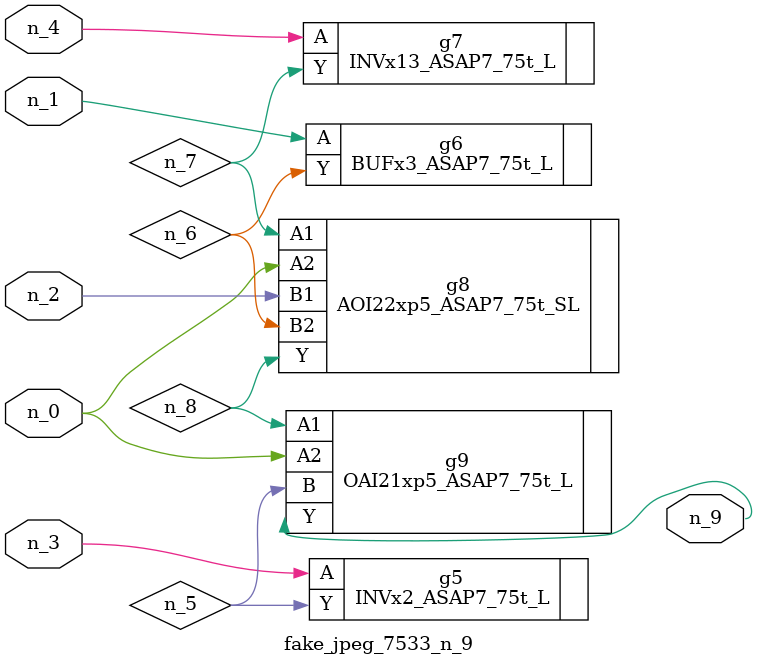
<source format=v>
module fake_jpeg_7533_n_9 (n_3, n_2, n_1, n_0, n_4, n_9);

input n_3;
input n_2;
input n_1;
input n_0;
input n_4;

output n_9;

wire n_8;
wire n_6;
wire n_5;
wire n_7;

INVx2_ASAP7_75t_L g5 ( 
.A(n_3),
.Y(n_5)
);

BUFx3_ASAP7_75t_L g6 ( 
.A(n_1),
.Y(n_6)
);

INVx13_ASAP7_75t_L g7 ( 
.A(n_4),
.Y(n_7)
);

AOI22xp5_ASAP7_75t_SL g8 ( 
.A1(n_7),
.A2(n_0),
.B1(n_2),
.B2(n_6),
.Y(n_8)
);

OAI21xp5_ASAP7_75t_L g9 ( 
.A1(n_8),
.A2(n_0),
.B(n_5),
.Y(n_9)
);


endmodule
</source>
